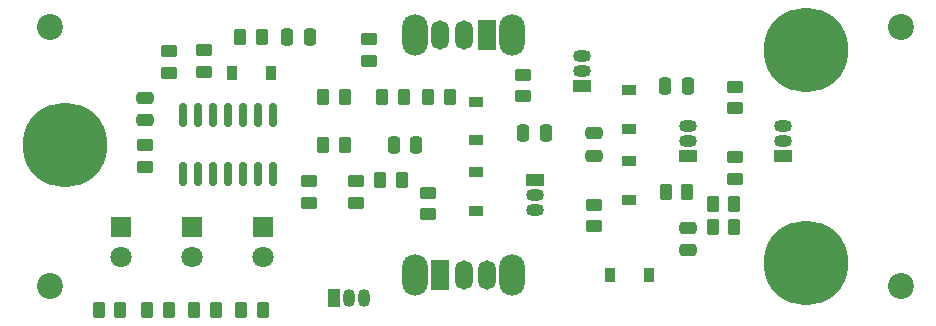
<source format=gbr>
%TF.GenerationSoftware,KiCad,Pcbnew,(6.99.0-143-g3f711b8958)*%
%TF.CreationDate,2021-12-29T15:34:20+01:00*%
%TF.ProjectId,Logic_Probe,4c6f6769-635f-4507-926f-62652e6b6963,rev?*%
%TF.SameCoordinates,Original*%
%TF.FileFunction,Soldermask,Top*%
%TF.FilePolarity,Negative*%
%FSLAX46Y46*%
G04 Gerber Fmt 4.6, Leading zero omitted, Abs format (unit mm)*
G04 Created by KiCad (PCBNEW (6.99.0-143-g3f711b8958)) date 2021-12-29 15:34:20*
%MOMM*%
%LPD*%
G01*
G04 APERTURE LIST*
G04 Aperture macros list*
%AMRoundRect*
0 Rectangle with rounded corners*
0 $1 Rounding radius*
0 $2 $3 $4 $5 $6 $7 $8 $9 X,Y pos of 4 corners*
0 Add a 4 corners polygon primitive as box body*
4,1,4,$2,$3,$4,$5,$6,$7,$8,$9,$2,$3,0*
0 Add four circle primitives for the rounded corners*
1,1,$1+$1,$2,$3*
1,1,$1+$1,$4,$5*
1,1,$1+$1,$6,$7*
1,1,$1+$1,$8,$9*
0 Add four rect primitives between the rounded corners*
20,1,$1+$1,$2,$3,$4,$5,0*
20,1,$1+$1,$4,$5,$6,$7,0*
20,1,$1+$1,$6,$7,$8,$9,0*
20,1,$1+$1,$8,$9,$2,$3,0*%
G04 Aperture macros list end*
%ADD10C,2.200000*%
%ADD11C,7.160000*%
%ADD12R,0.900000X1.200000*%
%ADD13RoundRect,0.250000X0.262500X0.450000X-0.262500X0.450000X-0.262500X-0.450000X0.262500X-0.450000X0*%
%ADD14R,1.050000X1.500000*%
%ADD15O,1.050000X1.500000*%
%ADD16RoundRect,0.250000X0.475000X-0.250000X0.475000X0.250000X-0.475000X0.250000X-0.475000X-0.250000X0*%
%ADD17R,1.200000X0.900000*%
%ADD18RoundRect,0.250000X-0.450000X0.262500X-0.450000X-0.262500X0.450000X-0.262500X0.450000X0.262500X0*%
%ADD19R,1.500000X1.050000*%
%ADD20O,1.500000X1.050000*%
%ADD21RoundRect,0.250000X-0.250000X-0.475000X0.250000X-0.475000X0.250000X0.475000X-0.250000X0.475000X0*%
%ADD22RoundRect,0.250000X0.450000X-0.262500X0.450000X0.262500X-0.450000X0.262500X-0.450000X-0.262500X0*%
%ADD23O,2.200000X3.500000*%
%ADD24R,1.500000X2.500000*%
%ADD25O,1.500000X2.500000*%
%ADD26RoundRect,0.250000X-0.262500X-0.450000X0.262500X-0.450000X0.262500X0.450000X-0.262500X0.450000X0*%
%ADD27R,1.800000X1.800000*%
%ADD28C,1.800000*%
%ADD29RoundRect,0.150000X0.150000X-0.825000X0.150000X0.825000X-0.150000X0.825000X-0.150000X-0.825000X0*%
%ADD30RoundRect,0.250000X0.250000X0.475000X-0.250000X0.475000X-0.250000X-0.475000X0.250000X-0.475000X0*%
G04 APERTURE END LIST*
D10*
%TO.C,H3*%
X247000000Y-70000000D03*
%TD*%
D11*
%TO.C,J3*%
X239000000Y-72000000D03*
%TD*%
D12*
%TO.C,D1*%
X193650000Y-73912500D03*
X190350000Y-73912500D03*
%TD*%
D10*
%TO.C,H4*%
X247000000Y-92000000D03*
%TD*%
D13*
%TO.C,R19*%
X204912500Y-76000000D03*
X203087500Y-76000000D03*
%TD*%
%TO.C,R10*%
X185000000Y-94000000D03*
X183175000Y-94000000D03*
%TD*%
D14*
%TO.C,Q5*%
X199000000Y-93000000D03*
D15*
X200270000Y-93000000D03*
X201540000Y-93000000D03*
%TD*%
D16*
%TO.C,C5*%
X221000000Y-80950000D03*
X221000000Y-79050000D03*
%TD*%
D17*
%TO.C,D5*%
X224000000Y-84650000D03*
X224000000Y-81350000D03*
%TD*%
D18*
%TO.C,R7*%
X183000000Y-80037500D03*
X183000000Y-81862500D03*
%TD*%
D19*
%TO.C,Q1*%
X237000000Y-81000000D03*
D20*
X237000000Y-79730000D03*
X237000000Y-78460000D03*
%TD*%
D10*
%TO.C,H1*%
X175000000Y-70000000D03*
%TD*%
D21*
%TO.C,C6*%
X204050000Y-80000000D03*
X205950000Y-80000000D03*
%TD*%
D18*
%TO.C,R24*%
X233000000Y-81087500D03*
X233000000Y-82912500D03*
%TD*%
%TO.C,R17*%
X207000000Y-84087500D03*
X207000000Y-85912500D03*
%TD*%
D22*
%TO.C,R18*%
X221000000Y-86912500D03*
X221000000Y-85087500D03*
%TD*%
D18*
%TO.C,R8*%
X215000000Y-74087500D03*
X215000000Y-75912500D03*
%TD*%
%TO.C,R20*%
X202000000Y-71087500D03*
X202000000Y-72912500D03*
%TD*%
D16*
%TO.C,C7*%
X229000000Y-88950000D03*
X229000000Y-87050000D03*
%TD*%
D23*
%TO.C,SW2*%
X205900000Y-91000000D03*
X214100000Y-91000000D03*
D24*
X208000000Y-91000000D03*
D25*
X210000000Y-91000000D03*
X212000000Y-91000000D03*
%TD*%
D11*
%TO.C,J1*%
X176200000Y-80000000D03*
%TD*%
D21*
%TO.C,C4*%
X215050000Y-79000000D03*
X216950000Y-79000000D03*
%TD*%
%TO.C,C1*%
X227050000Y-75000000D03*
X228950000Y-75000000D03*
%TD*%
D26*
%TO.C,R2*%
X231087500Y-87000000D03*
X232912500Y-87000000D03*
%TD*%
D13*
%TO.C,R4*%
X232912500Y-85000000D03*
X231087500Y-85000000D03*
%TD*%
D22*
%TO.C,R22*%
X200912500Y-84912500D03*
X200912500Y-83087500D03*
%TD*%
D13*
%TO.C,R11*%
X208825000Y-76000000D03*
X207000000Y-76000000D03*
%TD*%
D19*
%TO.C,Q4*%
X216000000Y-83000000D03*
D20*
X216000000Y-84270000D03*
X216000000Y-85540000D03*
%TD*%
D10*
%TO.C,H2*%
X175000000Y-92000000D03*
%TD*%
D22*
%TO.C,R3*%
X185000000Y-73912500D03*
X185000000Y-72087500D03*
%TD*%
D23*
%TO.C,SW1*%
X214100000Y-70702500D03*
X205900000Y-70702500D03*
D24*
X212000000Y-70702500D03*
D25*
X210000000Y-70702500D03*
X208000000Y-70702500D03*
%TD*%
D26*
%TO.C,R9*%
X191087500Y-70912500D03*
X192912500Y-70912500D03*
%TD*%
D11*
%TO.C,J2*%
X239000000Y-90000000D03*
%TD*%
D27*
%TO.C,D6*%
X181000000Y-87000000D03*
D28*
X181000000Y-89540000D03*
%TD*%
D26*
%TO.C,R13*%
X202912500Y-83000000D03*
X204737500Y-83000000D03*
%TD*%
%TO.C,R12*%
X198087500Y-80000000D03*
X199912500Y-80000000D03*
%TD*%
D19*
%TO.C,Q2*%
X220000000Y-75000000D03*
D20*
X220000000Y-73730000D03*
X220000000Y-72460000D03*
%TD*%
D26*
%TO.C,R1*%
X198087500Y-76000000D03*
X199912500Y-76000000D03*
%TD*%
D27*
%TO.C,D8*%
X193000000Y-87000000D03*
D28*
X193000000Y-89540000D03*
%TD*%
D19*
%TO.C,Q3*%
X229000000Y-81000000D03*
D20*
X229000000Y-79730000D03*
X229000000Y-78460000D03*
%TD*%
D26*
%TO.C,R14*%
X227087500Y-84000000D03*
X228912500Y-84000000D03*
%TD*%
D13*
%TO.C,R6*%
X189000000Y-94000000D03*
X187175000Y-94000000D03*
%TD*%
D18*
%TO.C,R15*%
X233000000Y-75087500D03*
X233000000Y-76912500D03*
%TD*%
D26*
%TO.C,R23*%
X191175000Y-94000000D03*
X193000000Y-94000000D03*
%TD*%
D17*
%TO.C,D7*%
X211000000Y-82350000D03*
X211000000Y-85650000D03*
%TD*%
D29*
%TO.C,U1*%
X186190000Y-82475000D03*
X187460000Y-82475000D03*
X188730000Y-82475000D03*
X190000000Y-82475000D03*
X191270000Y-82475000D03*
X192540000Y-82475000D03*
X193810000Y-82475000D03*
X193810000Y-77525000D03*
X192540000Y-77525000D03*
X191270000Y-77525000D03*
X190000000Y-77525000D03*
X188730000Y-77525000D03*
X187460000Y-77525000D03*
X186190000Y-77525000D03*
%TD*%
D17*
%TO.C,D3*%
X224000000Y-75350000D03*
X224000000Y-78650000D03*
%TD*%
%TO.C,D2*%
X211000000Y-76350000D03*
X211000000Y-79650000D03*
%TD*%
D26*
%TO.C,R16*%
X179087500Y-94000000D03*
X180912500Y-94000000D03*
%TD*%
D12*
%TO.C,D9*%
X222350000Y-91000000D03*
X225650000Y-91000000D03*
%TD*%
D27*
%TO.C,D4*%
X187000000Y-87000000D03*
D28*
X187000000Y-89540000D03*
%TD*%
D30*
%TO.C,C3*%
X196950000Y-70912500D03*
X195050000Y-70912500D03*
%TD*%
D18*
%TO.C,R5*%
X188000000Y-72000000D03*
X188000000Y-73825000D03*
%TD*%
D16*
%TO.C,C2*%
X183000000Y-77950000D03*
X183000000Y-76050000D03*
%TD*%
D22*
%TO.C,R21*%
X196912500Y-84912500D03*
X196912500Y-83087500D03*
%TD*%
M02*

</source>
